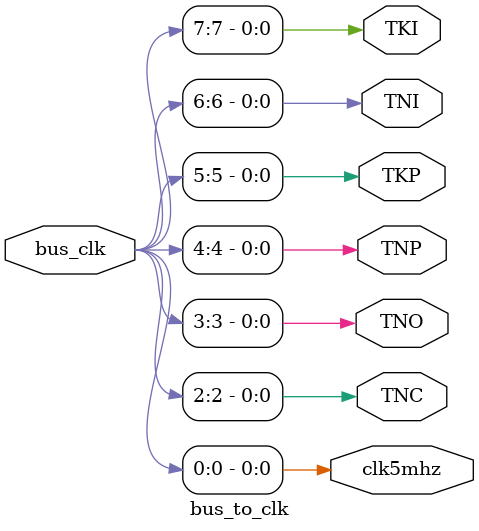
<source format=v>
`timescale 1ns / 1ps
module bus_to_clk(
    input [7:0] bus_clk,
     output clk5mhz,
    output TNC,
    output TNO,
    output TNP,
    output TKP,
    output TNI,
    output TKI
    );

assign clk5mhz  = bus_clk[0];

assign TNC = bus_clk[2];
assign TNO = bus_clk[3];
assign TNP = bus_clk[4];
assign TKP = bus_clk[5];
assign TNI = bus_clk[6];
assign TKI = bus_clk[7];

endmodule

</source>
